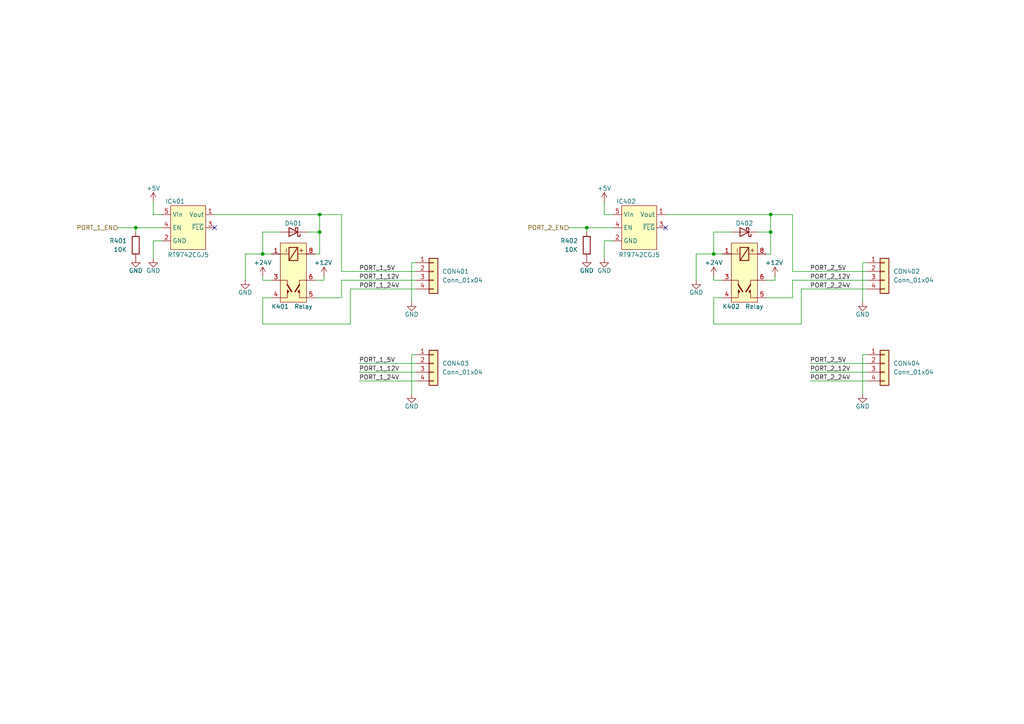
<source format=kicad_sch>
(kicad_sch (version 20231120) (generator "eeschema") (generator_version "8.0")
  (paper "A4")
  (title_block (title "RFE") (date "2024-06-01") (rev "A1") (company "LibreCellular Project - https://librecellular.org/") (comment 1 "Drawn: OK") (comment 2 "Checked: x"))
  (lib_symbols
    (symbol "Connector_Generic:Conn_01x04" (pin_names (offset 1.016) hide)
      (property "Reference" "J" (at 0 5.08 0))
      (property "Value" "Conn_01x04" (at 0 -7.62 0))
      (symbol "Conn_01x04_1_1"
        (rectangle (start -1.27 -4.953) (end 0 -5.207) (stroke (width 0.1524)))
        (rectangle (start -1.27 -2.413) (end 0 -2.667) (stroke (width 0.1524)))
        (rectangle (start -1.27 0.127) (end 0 -0.127) (stroke (width 0.1524)))
        (rectangle (start -1.27 2.667) (end 0 2.413) (stroke (width 0.1524)))
        (rectangle (start -1.27 3.81) (end 1.27 -6.35) (stroke (width 0.254)) (fill (type background)))
        (pin passive line (at -5.08 2.54 0) (length 3.81) (name "Pin_1") (number "1"))
        (pin passive line (at -5.08 0 0) (length 3.81) (name "Pin_2") (number "2"))
        (pin passive line (at -5.08 -2.54 0) (length 3.81) (name "Pin_3") (number "3"))
        (pin passive line (at -5.08 -5.08 0) (length 3.81) (name "Pin_4") (number "4"))
      )
    )
    (symbol "Device:D_Schottky" (pin_numbers hide) (pin_names (offset 1.016) hide)
      (property "Reference" "D" (at 0 2.54 0))
      (property "Value" "D_Schottky" (at 0 -2.54 0))
      (symbol "D_Schottky_0_1"
        (polyline (pts (xy 1.27 0) (xy -1.27 0)))
        (polyline (pts (xy 1.27 1.27) (xy 1.27 -1.27) (xy -1.27 0) (xy 1.27 1.27)) (stroke (width 0.254)))
        (polyline (pts (xy -1.905 0.635) (xy -1.905 1.27) (xy -1.27 1.27) (xy -1.27 -1.27) (xy -0.635 -1.27) (xy -0.635 -0.635)) (stroke (width 0.254)))
      )
      (symbol "D_Schottky_1_1"
        (pin passive line (at -3.81 0 0) (length 2.54) (name "K") (number "1"))
        (pin passive line (at 3.81 0 180) (length 2.54) (name "A") (number "2"))
      )
    )
    (symbol "Device:R" (pin_numbers hide) (pin_names (offset 0))
      (property "Reference" "R" (at 2.032 0 90))
      (property "Value" "R" (at 0 0 90))
      (symbol "R_0_1"
        (rectangle (start -1.016 -2.54) (end 1.016 2.54) (stroke (width 0.254)))
      )
      (symbol "R_1_1"
        (pin passive line (at 0 3.81 270) (length 1.27) (name "~") (number "1"))
        (pin passive line (at 0 -3.81 90) (length 1.27) (name "~") (number "2"))
      )
    )
    (symbol "LC_RFE:Power-Switch_RT9742CGJ5"
      (property "Reference" "IC" (at -4.064 7.62 0))
      (property "Value" "RT9742CGJ5" (at 0 -7.62 0))
      (symbol "Power-Switch_RT9742CGJ5_1_1"
        (rectangle (start -5.08 6.35) (end 5.08 -6.35) (fill (type background)))
        (pin power_out line (at 7.62 3.81 180) (length 2.54) (name "Vout") (number "1"))
        (pin power_in line (at -7.62 -3.81 0) (length 2.54) (name "GND") (number "2"))
        (pin open_collector line (at 7.62 0 180) (length 2.54) (name "~{FLG}") (number "3"))
        (pin input line (at -7.62 0 0) (length 2.54) (name "EN") (number "4"))
        (pin power_in line (at -7.62 3.81 0) (length 2.54) (name "Vin") (number "5"))
      )
    )
    (symbol "LC_RFE:RelayWithSocket-P6B-26P+G6B-2214"
      (property "Reference" "K" (at 8.128 2.54 0))
      (property "Value" "RelayWithSocket-P6B-26P+G6B-2214" (at 8.128 0 0))
      (symbol "RelayWithSocket-P6B-26P+G6B-2214_0_1"
        (rectangle (start -8.255 1.27) (end -4.445 -1.27) (stroke (width 0.254)))
        (polyline (pts (xy -8.255 -1.27) (xy -4.445 1.27)) (stroke (width 0.254)))
        (polyline (pts (xy -7.874 -2.286) (xy -7.112 -2.286)))
        (polyline (pts (xy -7.874 2.032) (xy -7.112 2.032)))
        (polyline (pts (xy -7.366 -1.778) (xy -7.366 -2.794)))
        (polyline (pts (xy -7.112 -2.286) (xy -6.858 -2.286)))
        (polyline (pts (xy -7.112 2.032) (xy -6.858 2.032)))
        (polyline (pts (xy -6.35 -4.445) (xy -6.35 -1.27)))
        (polyline (pts (xy -6.35 4.445) (xy -6.35 1.27)))
        (polyline (pts (xy 1.27 -3.81) (xy 1.27 -1.778)))
        (polyline (pts (xy 1.27 3.81) (xy 1.27 1.778)))
        (polyline (pts (xy 2.54 -1.778) (xy 1.27 -1.778)))
        (polyline (pts (xy 2.54 -1.778) (xy 4.572 -0.508)) (stroke (width 0.381)))
        (polyline (pts (xy 2.54 1.778) (xy 1.27 1.778)))
        (polyline (pts (xy 2.54 1.778) (xy 4.572 0.508)) (stroke (width 0.381)))
        (polyline (pts (xy 6.35 -3.81) (xy 6.35 -1.778)))
        (polyline (pts (xy 6.35 3.81) (xy 6.35 1.778)))
      )
      (symbol "RelayWithSocket-P6B-26P+G6B-2214_1_1"
        (rectangle (start -9.525 3.81) (end 7.62 -3.81) (fill (type background)))
        (polyline (pts (xy 6.35 -1.778) (xy 4.064 -1.778) (xy 4.572 -1.27) (xy 5.08 -1.778)) (fill (type outline)))
        (polyline (pts (xy 6.35 1.778) (xy 4.064 1.778) (xy 4.572 1.27) (xy 5.08 1.778)) (fill (type outline)))
        (pin passive line (at -6.35 6.35 270) (length 2.54) (name "~") (number "1"))
        (pin passive line (at 1.27 6.35 270) (length 2.54) (name "~") (number "3"))
        (pin passive line (at 6.35 6.35 270) (length 2.54) (name "~") (number "4"))
        (pin passive line (at 6.35 -6.35 90) (length 2.54) (name "~") (number "5"))
        (pin passive line (at 1.27 -6.35 90) (length 2.54) (name "~") (number "6"))
        (pin passive line (at -6.35 -6.35 90) (length 2.54) (name "~") (number "8"))
      )
    )
    (symbol "power:+12V" (power) (pin_numbers hide) (pin_names (offset 0) hide)
      (property "Value" "+12V" (at 0 3.556 0))
      (symbol "+12V_0_1"
        (polyline (pts (xy -0.762 1.27) (xy 0 2.54)))
        (polyline (pts (xy 0 0) (xy 0 2.54)))
        (polyline (pts (xy 0 2.54) (xy 0.762 1.27)))
      )
      (symbol "+12V_1_1"
        (pin power_in line (at 0 0 90) (length 0) (name "~") (number "1"))
      )
    )
    (symbol "power:+24V" (power) (pin_numbers hide) (pin_names (offset 0) hide)
      (property "Value" "+24V" (at 0 3.556 0))
      (symbol "+24V_0_1"
        (polyline (pts (xy -0.762 1.27) (xy 0 2.54)))
        (polyline (pts (xy 0 0) (xy 0 2.54)))
        (polyline (pts (xy 0 2.54) (xy 0.762 1.27)))
      )
      (symbol "+24V_1_1"
        (pin power_in line (at 0 0 90) (length 0) (name "~") (number "1"))
      )
    )
    (symbol "power:+5V" (power) (pin_numbers hide) (pin_names (offset 0) hide)
      (property "Value" "+5V" (at 0 3.556 0))
      (symbol "+5V_0_1"
        (polyline (pts (xy -0.762 1.27) (xy 0 2.54)))
        (polyline (pts (xy 0 0) (xy 0 2.54)))
        (polyline (pts (xy 0 2.54) (xy 0.762 1.27)))
      )
      (symbol "+5V_1_1"
        (pin power_in line (at 0 0 90) (length 0) (name "~") (number "1"))
      )
    )
    (symbol "power:GND" (power) (pin_numbers hide) (pin_names (offset 0) hide)
      (property "Value" "GND" (at 0 -3.81 0))
      (symbol "GND_0_1"
        (polyline (pts (xy 0 0) (xy 0 -1.27) (xy 1.27 -1.27) (xy 0 -2.54) (xy -1.27 -1.27) (xy 0 -1.27)))
      )
      (symbol "GND_1_1"
        (pin power_in line (at 0 0 270) (length 0) (name "~") (number "1"))
      )
    )
  )
  (junction (at 92.71 67.31))
  (junction (at 207.01 73.66))
  (junction (at 92.71 62.23))
  (junction (at 170.18 66.04))
  (junction (at 76.2 73.66))
  (junction (at 223.52 62.23))
  (junction (at 223.52 67.31))
  (junction (at 39.37 66.04))
  (no_connect (at 62.23 66.04))
  (no_connect (at 193.04 66.04))
  (wire (pts (xy 209.55 81.28) (xy 207.01 81.28)))
  (wire (pts (xy 223.52 62.23) (xy 223.52 67.31)))
  (wire (pts (xy 207.01 86.36) (xy 207.01 93.98)))
  (wire (pts (xy 223.52 67.31) (xy 223.52 73.66)))
  (wire (pts (xy 46.99 62.23) (xy 44.45 62.23)))
  (wire (pts (xy 91.44 86.36) (xy 99.06 86.36)))
  (wire (pts (xy 175.26 69.85) (xy 175.26 74.93)))
  (wire (pts (xy 46.99 69.85) (xy 44.45 69.85)))
  (wire (pts (xy 251.46 76.2) (xy 250.19 76.2)))
  (wire (pts (xy 170.18 66.04) (xy 170.18 67.31)))
  (wire (pts (xy 101.6 83.82) (xy 120.65 83.82)))
  (wire (pts (xy 76.2 93.98) (xy 101.6 93.98)))
  (wire (pts (xy 101.6 93.98) (xy 101.6 83.82)))
  (wire (pts (xy 99.06 62.23) (xy 99.06 78.74)))
  (wire (pts (xy 250.19 76.2) (xy 250.19 87.63)))
  (wire (pts (xy 78.74 86.36) (xy 76.2 86.36)))
  (wire (pts (xy 201.93 73.66) (xy 201.93 81.28)))
  (wire (pts (xy 88.9 67.31) (xy 92.71 67.31)))
  (wire (pts (xy 219.71 67.31) (xy 223.52 67.31)))
  (wire (pts (xy 76.2 67.31) (xy 76.2 73.66)))
  (wire (pts (xy 209.55 86.36) (xy 207.01 86.36)))
  (wire (pts (xy 175.26 58.42) (xy 175.26 62.23)))
  (wire (pts (xy 92.71 67.31) (xy 92.71 73.66)))
  (wire (pts (xy 229.87 86.36) (xy 229.87 81.28)))
  (wire (pts (xy 234.95 105.41) (xy 251.46 105.41)))
  (wire (pts (xy 39.37 66.04) (xy 46.99 66.04)))
  (wire (pts (xy 104.14 107.95) (xy 120.65 107.95)))
  (wire (pts (xy 44.45 69.85) (xy 44.45 74.93)))
  (wire (pts (xy 193.04 62.23) (xy 223.52 62.23)))
  (wire (pts (xy 119.38 102.87) (xy 119.38 114.3)))
  (wire (pts (xy 81.28 67.31) (xy 76.2 67.31)))
  (wire (pts (xy 39.37 66.04) (xy 39.37 67.31)))
  (wire (pts (xy 234.95 110.49) (xy 251.46 110.49)))
  (wire (pts (xy 78.74 81.28) (xy 76.2 81.28)))
  (wire (pts (xy 104.14 110.49) (xy 120.65 110.49)))
  (wire (pts (xy 234.95 107.95) (xy 251.46 107.95)))
  (wire (pts (xy 229.87 78.74) (xy 251.46 78.74)))
  (wire (pts (xy 120.65 76.2) (xy 119.38 76.2)))
  (wire (pts (xy 76.2 81.28) (xy 76.2 80.01)))
  (wire (pts (xy 99.06 78.74) (xy 120.65 78.74)))
  (wire (pts (xy 232.41 83.82) (xy 251.46 83.82)))
  (wire (pts (xy 99.06 86.36) (xy 99.06 81.28)))
  (wire (pts (xy 92.71 62.23) (xy 99.06 62.23)))
  (wire (pts (xy 224.79 81.28) (xy 224.79 80.01)))
  (wire (pts (xy 207.01 93.98) (xy 232.41 93.98)))
  (wire (pts (xy 250.19 102.87) (xy 250.19 114.3)))
  (wire (pts (xy 222.25 86.36) (xy 229.87 86.36)))
  (wire (pts (xy 207.01 73.66) (xy 201.93 73.66)))
  (wire (pts (xy 170.18 66.04) (xy 177.8 66.04)))
  (wire (pts (xy 177.8 69.85) (xy 175.26 69.85)))
  (wire (pts (xy 71.12 73.66) (xy 71.12 81.28)))
  (wire (pts (xy 207.01 67.31) (xy 207.01 73.66)))
  (wire (pts (xy 76.2 86.36) (xy 76.2 93.98)))
  (wire (pts (xy 92.71 62.23) (xy 92.71 67.31)))
  (wire (pts (xy 76.2 73.66) (xy 71.12 73.66)))
  (wire (pts (xy 99.06 81.28) (xy 120.65 81.28)))
  (wire (pts (xy 104.14 105.41) (xy 120.65 105.41)))
  (wire (pts (xy 232.41 93.98) (xy 232.41 83.82)))
  (wire (pts (xy 209.55 73.66) (xy 207.01 73.66)))
  (wire (pts (xy 212.09 67.31) (xy 207.01 67.31)))
  (wire (pts (xy 229.87 62.23) (xy 229.87 78.74)))
  (wire (pts (xy 229.87 81.28) (xy 251.46 81.28)))
  (wire (pts (xy 120.65 102.87) (xy 119.38 102.87)))
  (wire (pts (xy 119.38 76.2) (xy 119.38 87.63)))
  (wire (pts (xy 207.01 81.28) (xy 207.01 80.01)))
  (wire (pts (xy 91.44 73.66) (xy 92.71 73.66)))
  (wire (pts (xy 222.25 73.66) (xy 223.52 73.66)))
  (wire (pts (xy 251.46 102.87) (xy 250.19 102.87)))
  (wire (pts (xy 165.1 66.04) (xy 170.18 66.04)))
  (wire (pts (xy 91.44 81.28) (xy 93.98 81.28)))
  (wire (pts (xy 93.98 81.28) (xy 93.98 80.01)))
  (wire (pts (xy 177.8 62.23) (xy 175.26 62.23)))
  (wire (pts (xy 62.23 62.23) (xy 92.71 62.23)))
  (wire (pts (xy 34.29 66.04) (xy 39.37 66.04)))
  (wire (pts (xy 223.52 62.23) (xy 229.87 62.23)))
  (wire (pts (xy 78.74 73.66) (xy 76.2 73.66)))
  (wire (pts (xy 44.45 58.42) (xy 44.45 62.23)))
  (wire (pts (xy 222.25 81.28) (xy 224.79 81.28)))
  (label "PORT_2_12V" (at 234.95 107.95 0))
  (label "PORT_1_12V" (at 104.14 107.95 0))
  (label "PORT_2_12V" (at 234.95 81.28 0))
  (label "PORT_2_5V" (at 234.95 78.74 0))
  (label "PORT_1_24V" (at 104.14 83.82 0))
  (label "PORT_2_5V" (at 234.95 105.41 0))
  (label "PORT_2_24V" (at 234.95 83.82 0))
  (label "PORT_1_24V" (at 104.14 110.49 0))
  (label "PORT_1_12V" (at 104.14 81.28 0))
  (label "PORT_1_5V" (at 104.14 78.74 0))
  (label "PORT_1_5V" (at 104.14 105.41 0))
  (label "PORT_2_24V" (at 234.95 110.49 0))
  (hierarchical_label "PORT_1_EN" (shape input) (at 34.29 66.04 180))
  (hierarchical_label "PORT_2_EN" (shape input) (at 165.1 66.04 180))
  (symbol (lib_id "power:GND") (at 170.18 74.93 0) (unit 1)
    (property "Reference" "#PWR0416" (effects (hide yes)))
    (property "Value" "GND" (at 170.18 78.486 0))
    (property "Description" "Power symbol creates a global label with name \"GND\" , ground" (effects (hide yes)))
  )
  (symbol (lib_id "Connector_Generic:Conn_01x04") (at 256.54 78.74 0) (unit 1)
    (property "Reference" "CON402" (at 259.08 78.7399 0) (effects (justify left)))
    (property "Value" "Conn_01x04" (at 259.08 81.2799 0) (effects (justify left)))
    (property "Footprint" "LC_RFE:Dorabo_DB2ERC-2.5-4P-GN" (effects (hide yes)))
    (property "Description" "Generic connector, single row, 01x04, script generated (kicad-library-utils/schlib/autogen/connector/)" (effects (hide yes)))
  )
  (symbol (lib_id "power:GND") (at 44.45 74.93 0) (unit 1)
    (property "Reference" "#PWR0403" (effects (hide yes)))
    (property "Value" "GND" (at 44.45 78.486 0))
    (property "Description" "Power symbol creates a global label with name \"GND\" , ground" (effects (hide yes)))
  )
  (symbol (lib_id "Device:R") (at 39.37 71.12 0) (mirror y) (unit 1)
    (property "Reference" "R401" (at 36.83 69.8499 0) (effects (justify left)))
    (property "Value" "10K" (at 36.83 72.3899 0) (effects (justify left)))
    (property "Footprint" "Resistor_SMD:R_0402_1005Metric" (effects (hide yes)))
    (property "Description" "Resistor" (effects (hide yes)))
    (property "JLCASSY" "C2902636" (effects (hide yes)))
  )
  (symbol (lib_id "power:GND") (at 71.12 81.28 0) (unit 1)
    (property "Reference" "#PWR0409" (effects (hide yes)))
    (property "Value" "GND" (at 71.12 84.836 0))
    (property "Description" "Power symbol creates a global label with name \"GND\" , ground" (effects (hide yes)))
  )
  (symbol (lib_id "power:+5V") (at 44.45 58.42 0) (unit 1)
    (property "Reference" "#PWR0401" (effects (hide yes)))
    (property "Value" "+5V" (at 44.45 54.61 0))
    (property "Description" "Power symbol creates a global label with name \"+5V\"" (effects (hide yes)))
  )
  (symbol (lib_id "power:+12V") (at 224.79 80.01 0) (unit 1)
    (property "Reference" "#PWR0408" (effects (hide yes)))
    (property "Value" "+12V" (at 224.536 76.2 0))
    (property "Description" "Power symbol creates a global label with name \"+12V\"" (effects (hide yes)))
  )
  (symbol (lib_id "Connector_Generic:Conn_01x04") (at 125.73 105.41 0) (unit 1)
    (property "Reference" "CON403" (at 128.27 105.4099 0) (effects (justify left)))
    (property "Value" "Conn_01x04" (at 128.27 107.9499 0) (effects (justify left)))
    (property "Footprint" "Connector_Molex:Molex_KK-254_AE-6410-04A_1x04_P2.54mm_Vertical" (effects (hide yes)))
    (property "Description" "Generic connector, single row, 01x04, script generated (kicad-library-utils/schlib/autogen/connector/)" (effects (hide yes)))
  )
  (symbol (lib_id "power:GND") (at 250.19 87.63 0) (unit 1)
    (property "Reference" "#PWR0412" (effects (hide yes)))
    (property "Value" "GND" (at 250.19 91.186 0))
    (property "Description" "Power symbol creates a global label with name \"GND\" , ground" (effects (hide yes)))
  )
  (symbol (lib_id "Connector_Generic:Conn_01x04") (at 256.54 105.41 0) (unit 1)
    (property "Reference" "CON404" (at 259.08 105.4099 0) (effects (justify left)))
    (property "Value" "Conn_01x04" (at 259.08 107.9499 0) (effects (justify left)))
    (property "Footprint" "Connector_Molex:Molex_KK-254_AE-6410-04A_1x04_P2.54mm_Vertical" (effects (hide yes)))
    (property "Description" "Generic connector, single row, 01x04, script generated (kicad-library-utils/schlib/autogen/connector/)" (effects (hide yes)))
  )
  (symbol (lib_id "Device:D_Schottky") (at 215.9 67.31 180) (unit 1)
    (property "Reference" "D402" (at 215.9 64.77 0))
    (property "Value" "D_Schottky" (effects (hide yes)))
    (property "Footprint" "Diode_SMD:D_SOD-323_HandSoldering" (effects (hide yes)))
    (property "Description" "Schottky diode" (effects (hide yes)))
    (property "JLCASSY" "C191023" (effects (hide yes)))
  )
  (symbol (lib_id "LC_RFE:Power-Switch_RT9742CGJ5") (at 185.42 66.04 0) (unit 1)
    (property "Reference" "IC402" (at 181.61 58.42 0))
    (property "Value" "RT9742CGJ5" (at 185.42 73.914 0))
    (property "Footprint" "Package_TO_SOT_SMD:TSOT-23-5" (effects (hide yes)))
    (property "JLCASSY" "C250546" (effects (hide yes)))
  )
  (symbol (lib_id "power:+24V") (at 207.01 80.01 0) (unit 1)
    (property "Reference" "#PWR0407" (effects (hide yes)))
    (property "Value" "+24V" (at 207.01 76.2 0))
    (property "Description" "Power symbol creates a global label with name \"+24V\"" (effects (hide yes)))
  )
  (symbol (lib_id "power:GND") (at 201.93 81.28 0) (unit 1)
    (property "Reference" "#PWR0410" (effects (hide yes)))
    (property "Value" "GND" (at 201.93 84.836 0))
    (property "Description" "Power symbol creates a global label with name \"GND\" , ground" (effects (hide yes)))
  )
  (symbol (lib_id "power:GND") (at 175.26 74.93 0) (unit 1)
    (property "Reference" "#PWR0404" (effects (hide yes)))
    (property "Value" "GND" (at 175.26 78.486 0))
    (property "Description" "Power symbol creates a global label with name \"GND\" , ground" (effects (hide yes)))
  )
  (symbol (lib_id "power:GND") (at 250.19 114.3 0) (unit 1)
    (property "Reference" "#PWR0413" (effects (hide yes)))
    (property "Value" "GND" (at 250.19 117.856 0))
    (property "Description" "Power symbol creates a global label with name \"GND\" , ground" (effects (hide yes)))
  )
  (symbol (lib_id "Device:D_Schottky") (at 85.09 67.31 180) (unit 1)
    (property "Reference" "D401" (at 85.09 64.77 0))
    (property "Value" "D_Schottky" (effects (hide yes)))
    (property "Footprint" "Diode_SMD:D_SOD-323_HandSoldering" (effects (hide yes)))
    (property "Description" "Schottky diode" (effects (hide yes)))
    (property "JLCASSY" "C191023" (effects (hide yes)))
  )
  (symbol (lib_id "Connector_Generic:Conn_01x04") (at 125.73 78.74 0) (unit 1)
    (property "Reference" "CON401" (at 128.27 78.7399 0) (effects (justify left)))
    (property "Value" "Conn_01x04" (at 128.27 81.2799 0) (effects (justify left)))
    (property "Footprint" "LC_RFE:Dorabo_DB2ERC-2.5-4P-GN" (effects (hide yes)))
    (property "Description" "Generic connector, single row, 01x04, script generated (kicad-library-utils/schlib/autogen/connector/)" (effects (hide yes)))
  )
  (symbol (lib_id "LC_RFE:Power-Switch_RT9742CGJ5") (at 54.61 66.04 0) (unit 1)
    (property "Reference" "IC401" (at 50.8 58.42 0))
    (property "Value" "RT9742CGJ5" (at 54.61 73.914 0))
    (property "Footprint" "Package_TO_SOT_SMD:TSOT-23-5" (effects (hide yes)))
    (property "JLCASSY" "C250546" (effects (hide yes)))
  )
  (symbol (lib_id "LC_RFE:RelayWithSocket-P6B-26P+G6B-2214") (at 85.09 80.01 90) (mirror x) (unit 1)
    (property "Reference" "K401" (at 83.82 88.9 90) (effects (justify left)))
    (property "Value" "Relay" (at 90.678 88.9 90) (effects (justify left)))
    (property "Footprint" "LC_RFE:Omron_P6B-26P+G6B-2214" (effects (hide yes)))
  )
  (symbol (lib_id "LC_RFE:RelayWithSocket-P6B-26P+G6B-2214") (at 215.9 80.01 90) (mirror x) (unit 1)
    (property "Reference" "K402" (at 214.63 88.9 90) (effects (justify left)))
    (property "Value" "Relay" (at 221.488 88.9 90) (effects (justify left)))
    (property "Footprint" "LC_RFE:Omron_P6B-26P+G6B-2214" (effects (hide yes)))
  )
  (symbol (lib_id "Device:R") (at 170.18 71.12 0) (mirror y) (unit 1)
    (property "Reference" "R402" (at 167.64 69.8499 0) (effects (justify left)))
    (property "Value" "10K" (at 167.64 72.3899 0) (effects (justify left)))
    (property "Footprint" "Resistor_SMD:R_0402_1005Metric" (effects (hide yes)))
    (property "Description" "Resistor" (effects (hide yes)))
    (property "JLCASSY" "C2902636" (effects (hide yes)))
  )
  (symbol (lib_id "power:GND") (at 119.38 87.63 0) (unit 1)
    (property "Reference" "#PWR0411" (effects (hide yes)))
    (property "Value" "GND" (at 119.38 91.186 0))
    (property "Description" "Power symbol creates a global label with name \"GND\" , ground" (effects (hide yes)))
  )
  (symbol (lib_id "power:+12V") (at 93.98 80.01 0) (unit 1)
    (property "Reference" "#PWR0406" (effects (hide yes)))
    (property "Value" "+12V" (at 93.726 76.2 0))
    (property "Description" "Power symbol creates a global label with name \"+12V\"" (effects (hide yes)))
  )
  (symbol (lib_id "power:+5V") (at 175.26 58.42 0) (unit 1)
    (property "Reference" "#PWR0402" (effects (hide yes)))
    (property "Value" "+5V" (at 175.26 54.61 0))
    (property "Description" "Power symbol creates a global label with name \"+5V\"" (effects (hide yes)))
  )
  (symbol (lib_id "power:+24V") (at 76.2 80.01 0) (unit 1)
    (property "Reference" "#PWR0405" (effects (hide yes)))
    (property "Value" "+24V" (at 76.2 76.2 0))
    (property "Description" "Power symbol creates a global label with name \"+24V\"" (effects (hide yes)))
  )
  (symbol (lib_id "power:GND") (at 39.37 74.93 0) (unit 1)
    (property "Reference" "#PWR0415" (effects (hide yes)))
    (property "Value" "GND" (at 39.37 78.486 0))
    (property "Description" "Power symbol creates a global label with name \"GND\" , ground" (effects (hide yes)))
  )
  (symbol (lib_id "power:GND") (at 119.38 114.3 0) (unit 1)
    (property "Reference" "#PWR0414" (effects (hide yes)))
    (property "Value" "GND" (at 119.38 117.856 0))
    (property "Description" "Power symbol creates a global label with name \"GND\" , ground" (effects (hide yes)))
  )
)
</source>
